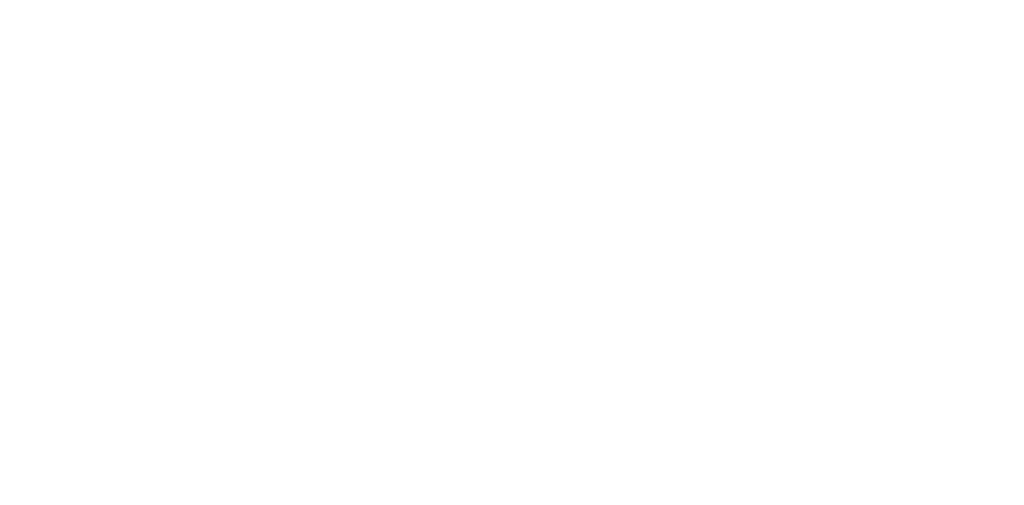
<source format=gbp>
*%FSLAX23Y23*%
*%MOIN*%
G01*
D36*
X11491Y7803D02*
D03*
X11254Y8472D02*
D03*
X11451Y8630D02*
D03*
X11136Y8512D02*
D03*
X10624Y8669D02*
D03*
X10664Y8630D02*
D03*
X10703Y8512D02*
D03*
X10782D02*
D03*
X10861D02*
D03*
X10821Y8394D02*
D03*
Y8275D02*
D03*
X10782D02*
D03*
X10742D02*
D03*
X10703D02*
D03*
Y8315D02*
D03*
X10742D02*
D03*
X10782D02*
D03*
Y8354D02*
D03*
X10742D02*
D03*
X10703D02*
D03*
X10782Y8551D02*
D03*
X10821D02*
D03*
X10861D02*
D03*
X10979Y8512D02*
D03*
Y8551D02*
D03*
Y8590D02*
D03*
X10939D02*
D03*
Y8551D02*
D03*
Y8512D02*
D03*
X11018Y8433D02*
D03*
X10979D02*
D03*
X10939D02*
D03*
X10861Y8394D02*
D03*
Y8354D02*
D03*
Y8315D02*
D03*
X10782Y8394D02*
D03*
X10742D02*
D03*
X10703D02*
D03*
X10900Y8590D02*
D03*
Y8551D02*
D03*
Y8512D02*
D03*
Y8472D02*
D03*
Y8433D02*
D03*
X10861Y8590D02*
D03*
X10821D02*
D03*
X10782D02*
D03*
X10742D02*
D03*
X10703D02*
D03*
Y8472D02*
D03*
X10742D02*
D03*
X10782D02*
D03*
X10821D02*
D03*
X10861D02*
D03*
Y8433D02*
D03*
X10821D02*
D03*
X10782D02*
D03*
X10742D02*
D03*
X10703D02*
D03*
X11136Y8315D02*
D03*
X10861Y8275D02*
D03*
X10979Y8315D02*
D03*
X11057D02*
D03*
X11215Y8433D02*
D03*
X11176D02*
D03*
X11136D02*
D03*
X11097D02*
D03*
Y8472D02*
D03*
X11018D02*
D03*
Y8512D02*
D03*
X11057D02*
D03*
X11097D02*
D03*
X11057Y8551D02*
D03*
X11018D02*
D03*
Y8590D02*
D03*
X11057D02*
D03*
X11097D02*
D03*
Y8551D02*
D03*
X11136D02*
D03*
Y8590D02*
D03*
X11176D02*
D03*
Y8551D02*
D03*
Y8512D02*
D03*
X11294Y8590D02*
D03*
X11254D02*
D03*
X11215D02*
D03*
X11254Y8551D02*
D03*
X11215D02*
D03*
X11294Y8472D02*
D03*
X11215D02*
D03*
Y8512D02*
D03*
X11254D02*
D03*
X11294D02*
D03*
X11333Y8590D02*
D03*
X11412D02*
D03*
Y8551D02*
D03*
X11333Y8512D02*
D03*
X11372D02*
D03*
X11412D02*
D03*
X11372Y8472D02*
D03*
X11412D02*
D03*
X11254Y8354D02*
D03*
Y8394D02*
D03*
Y8433D02*
D03*
X11294D02*
D03*
X11333D02*
D03*
X11372D02*
D03*
X11412D02*
D03*
Y8394D02*
D03*
X11372D02*
D03*
X11294D02*
D03*
X11333D02*
D03*
Y8354D02*
D03*
X11372D02*
D03*
X11412D02*
D03*
Y8315D02*
D03*
X11372D02*
D03*
X11333D02*
D03*
X11254D02*
D03*
Y8275D02*
D03*
X11294D02*
D03*
X11333D02*
D03*
X11372D02*
D03*
X10821Y8315D02*
D03*
Y8354D02*
D03*
X10979Y8472D02*
D03*
X10939D02*
D03*
X11136Y8472D02*
D03*
X11176D02*
D03*
X11294Y8315D02*
D03*
Y8354D02*
D03*
X11412Y8275D02*
D03*
X11294Y8551D02*
D03*
X11211Y8307D02*
D03*
X11223Y8401D02*
D03*
X10998Y8390D02*
D03*
X10892Y8401D02*
D03*
X11059Y8039D02*
D03*
X11097Y8037D02*
D03*
X11334Y7999D02*
D03*
X10703Y7921D02*
D03*
X10624Y7803D02*
D03*
X10664Y7842D02*
D03*
X10703Y7882D02*
D03*
X10821Y7921D02*
D03*
X10861D02*
D03*
X11451Y7842D02*
D03*
X11333Y7921D02*
D03*
X11254Y7960D02*
D03*
X11333D02*
D03*
X11412D02*
D03*
Y8000D02*
D03*
X11372D02*
D03*
X10821Y8197D02*
D03*
X10861Y8118D02*
D03*
X10782Y7882D02*
D03*
X10821D02*
D03*
X10861D02*
D03*
X10782Y8118D02*
D03*
X10742D02*
D03*
X10703D02*
D03*
Y8157D02*
D03*
X10742D02*
D03*
X10782D02*
D03*
Y8197D02*
D03*
X10742D02*
D03*
X10703D02*
D03*
Y8236D02*
D03*
X10742D02*
D03*
X10782D02*
D03*
X10979Y7960D02*
D03*
Y7921D02*
D03*
Y7882D02*
D03*
X10939D02*
D03*
Y7921D02*
D03*
Y7960D02*
D03*
X11097D02*
D03*
Y7921D02*
D03*
Y7882D02*
D03*
X11057D02*
D03*
Y7921D02*
D03*
Y7960D02*
D03*
X11018D02*
D03*
Y7921D02*
D03*
Y7882D02*
D03*
X11412Y7882D02*
D03*
X11372D02*
D03*
X11333D02*
D03*
X11136Y7960D02*
D03*
X11176D02*
D03*
X11215D02*
D03*
X11294Y8000D02*
D03*
X11254D02*
D03*
X11215D02*
D03*
X11136Y8039D02*
D03*
X11176D02*
D03*
X11215D02*
D03*
X11097Y8000D02*
D03*
X11057D02*
D03*
X11018D02*
D03*
X11018Y8039D02*
D03*
X10979D02*
D03*
X10939D02*
D03*
X11254D02*
D03*
X11294D02*
D03*
X11333D02*
D03*
X11372D02*
D03*
X11412D02*
D03*
X11294Y7921D02*
D03*
X11254D02*
D03*
X11215D02*
D03*
X11176D02*
D03*
X11136D02*
D03*
Y7882D02*
D03*
X11176D02*
D03*
X11215D02*
D03*
X11254D02*
D03*
X11294D02*
D03*
X10900Y7882D02*
D03*
Y7921D02*
D03*
Y7960D02*
D03*
Y8000D02*
D03*
Y8039D02*
D03*
X10703Y7960D02*
D03*
X10742D02*
D03*
X10782D02*
D03*
X10821D02*
D03*
X10861D02*
D03*
Y8000D02*
D03*
X10821D02*
D03*
X10742D02*
D03*
X10703D02*
D03*
Y8039D02*
D03*
X10742D02*
D03*
X10782D02*
D03*
X10821D02*
D03*
X10861D02*
D03*
Y8079D02*
D03*
X10821D02*
D03*
X10782D02*
D03*
X10742D02*
D03*
X10703D02*
D03*
X10861Y8157D02*
D03*
Y8197D02*
D03*
X10979Y8157D02*
D03*
X11136D02*
D03*
X11057D02*
D03*
X10979Y8236D02*
D03*
X11057D02*
D03*
X11136D02*
D03*
X11372D02*
D03*
X11333D02*
D03*
X11254Y8197D02*
D03*
X11294D02*
D03*
X11372D02*
D03*
X11412D02*
D03*
Y8157D02*
D03*
X11372D02*
D03*
X11333D02*
D03*
X11254D02*
D03*
X11333Y8118D02*
D03*
X11372D02*
D03*
X11412D02*
D03*
Y8079D02*
D03*
X11372D02*
D03*
X11333D02*
D03*
X11294D02*
D03*
X11254D02*
D03*
Y8118D02*
D03*
X10821Y8157D02*
D03*
Y8118D02*
D03*
X10939Y8000D02*
D03*
X10979D02*
D03*
X11136D02*
D03*
X11176D02*
D03*
X11333Y8197D02*
D03*
X11294Y8157D02*
D03*
Y8118D02*
D03*
X11412Y8236D02*
D03*
X11113Y8083D02*
D03*
X11223Y8071D02*
D03*
X10904Y8169D02*
D03*
X10900Y8075D02*
D03*
D104*
X12500Y9038D02*
D03*
X12425D02*
D03*
Y8938D02*
D03*
X12462D02*
D03*
X12500D02*
D03*
D120*
X13064Y9799D02*
D03*
X13001D02*
D03*
X12585Y9962D02*
D03*
X12647D02*
D03*
X12486Y10257D02*
D03*
X12423D02*
D03*
X12256Y5792D02*
D03*
X12193D02*
D03*
X10962Y8353D02*
D03*
X10899D02*
D03*
X11152Y8358D02*
D03*
X11215D02*
D03*
X11101Y8390D02*
D03*
X11038D02*
D03*
X10962Y8120D02*
D03*
X10899D02*
D03*
X11151Y8117D02*
D03*
X11213D02*
D03*
X11010Y8083D02*
D03*
X11073D02*
D03*
D136*
X12621Y10201D02*
D03*
Y10264D02*
D03*
X12647Y6180D02*
D03*
Y6243D02*
D03*
X11209Y8201D02*
D03*
Y8264D02*
D03*
X10909Y8279D02*
D03*
Y8216D02*
D03*
D146*
X14164Y9727D02*
D03*
X14254D02*
D03*
X14552Y8857D02*
D03*
X14462D02*
D03*
X14066Y9245D02*
D03*
X13976D02*
D03*
X13687Y8822D02*
D03*
X13777D02*
D03*
X13824Y9242D02*
D03*
X13734D02*
D03*
X13824Y9722D02*
D03*
X13734D02*
D03*
X13609Y9232D02*
D03*
X13519D02*
D03*
X13581Y7937D02*
D03*
X13671D02*
D03*
X14034Y6737D02*
D03*
X13944D02*
D03*
X13581Y6722D02*
D03*
X13491D02*
D03*
X13652Y7197D02*
D03*
X13742D02*
D03*
X13581Y7633D02*
D03*
X13671D02*
D03*
X13301Y6857D02*
D03*
X13211D02*
D03*
X13498Y6583D02*
D03*
X13408D02*
D03*
X13518Y6218D02*
D03*
X13428D02*
D03*
X12039Y9683D02*
D03*
X12129D02*
D03*
X11786Y8787D02*
D03*
X11872D02*
D03*
X12070Y6072D02*
D03*
X12160D02*
D03*
X11233Y9888D02*
D03*
X11323D02*
D03*
X11459Y10056D02*
D03*
X11369D02*
D03*
X10597Y10483D02*
D03*
X10511D02*
D03*
X10292Y10313D02*
D03*
X10382D02*
D03*
X11323Y9052D02*
D03*
X11413D02*
D03*
X10779Y9045D02*
D03*
X10689D02*
D03*
X5265Y9002D02*
D03*
X5175D02*
D03*
D155*
X14442Y8742D02*
D03*
X14577D02*
D03*
X13936Y9388D02*
D03*
X14071D02*
D03*
X13802Y8707D02*
D03*
X13667D02*
D03*
X13470Y9114D02*
D03*
X13605D02*
D03*
X13691Y8047D02*
D03*
X13556D02*
D03*
X13764Y7342D02*
D03*
X13629D02*
D03*
X13692Y7517D02*
D03*
X13557D02*
D03*
X13418Y6108D02*
D03*
X13553D02*
D03*
X13398Y6488D02*
D03*
X13533D02*
D03*
X12211Y9584D02*
D03*
X12346D02*
D03*
D163*
X14699Y10092D02*
D03*
Y10182D02*
D03*
X14809Y9307D02*
D03*
Y9397D02*
D03*
X14716Y6891D02*
D03*
Y6801D02*
D03*
X14568Y8942D02*
D03*
Y9032D02*
D03*
X14183Y8954D02*
D03*
Y9040D02*
D03*
X14458Y8942D02*
D03*
Y9032D02*
D03*
X13805Y8997D02*
D03*
Y8907D02*
D03*
X14347Y9267D02*
D03*
Y9177D02*
D03*
X14569Y9397D02*
D03*
Y9307D02*
D03*
X13989Y9122D02*
D03*
Y9032D02*
D03*
X14194Y9397D02*
D03*
Y9307D02*
D03*
X13715Y8997D02*
D03*
Y8907D02*
D03*
X13535Y9812D02*
D03*
Y9902D02*
D03*
X13596Y9579D02*
D03*
Y9489D02*
D03*
X13667Y7751D02*
D03*
Y7841D02*
D03*
X13534Y7209D02*
D03*
Y7119D02*
D03*
X13344Y7286D02*
D03*
Y7376D02*
D03*
X13578Y7751D02*
D03*
Y7841D02*
D03*
X13881Y7197D02*
D03*
Y7107D02*
D03*
X14070Y7379D02*
D03*
Y7289D02*
D03*
X13408Y6933D02*
D03*
Y6843D02*
D03*
X13523Y6303D02*
D03*
Y6393D02*
D03*
X13413Y6303D02*
D03*
Y6393D02*
D03*
X13141Y6657D02*
D03*
Y6747D02*
D03*
X11546Y9799D02*
D03*
Y9709D02*
D03*
X12261Y9229D02*
D03*
Y9315D02*
D03*
X12475Y9109D02*
D03*
Y9195D02*
D03*
X12082Y9111D02*
D03*
Y9197D02*
D03*
X11880Y6317D02*
D03*
Y6227D02*
D03*
X10701Y9854D02*
D03*
Y9768D02*
D03*
X10967Y9837D02*
D03*
Y9927D02*
D03*
X10432Y10543D02*
D03*
Y10453D02*
D03*
X10802Y10233D02*
D03*
Y10323D02*
D03*
X10620Y9854D02*
D03*
Y9768D02*
D03*
X10682Y10537D02*
D03*
Y10451D02*
D03*
X10282Y10548D02*
D03*
Y10458D02*
D03*
X10012Y10333D02*
D03*
Y10243D02*
D03*
X10701Y9768D02*
D03*
Y9854D02*
D03*
X10709Y9551D02*
D03*
Y9641D02*
D03*
X10824Y9901D02*
D03*
Y9811D02*
D03*
X10268Y9649D02*
D03*
Y9559D02*
D03*
X10710Y9162D02*
D03*
Y9252D02*
D03*
X11433Y9335D02*
D03*
Y9425D02*
D03*
X11270Y6897D02*
D03*
Y6807D02*
D03*
X10211Y7804D02*
D03*
Y7718D02*
D03*
D192*
X14559Y10177D02*
D03*
Y10042D02*
D03*
X13425Y9932D02*
D03*
Y9797D02*
D03*
X14451Y9129D02*
D03*
Y9264D02*
D03*
X13476Y9463D02*
D03*
Y9598D02*
D03*
X14569Y6890D02*
D03*
Y6755D02*
D03*
X13227Y7399D02*
D03*
Y7264D02*
D03*
X14185Y7274D02*
D03*
Y7409D02*
D03*
X13545Y6966D02*
D03*
Y6831D02*
D03*
M02*

</source>
